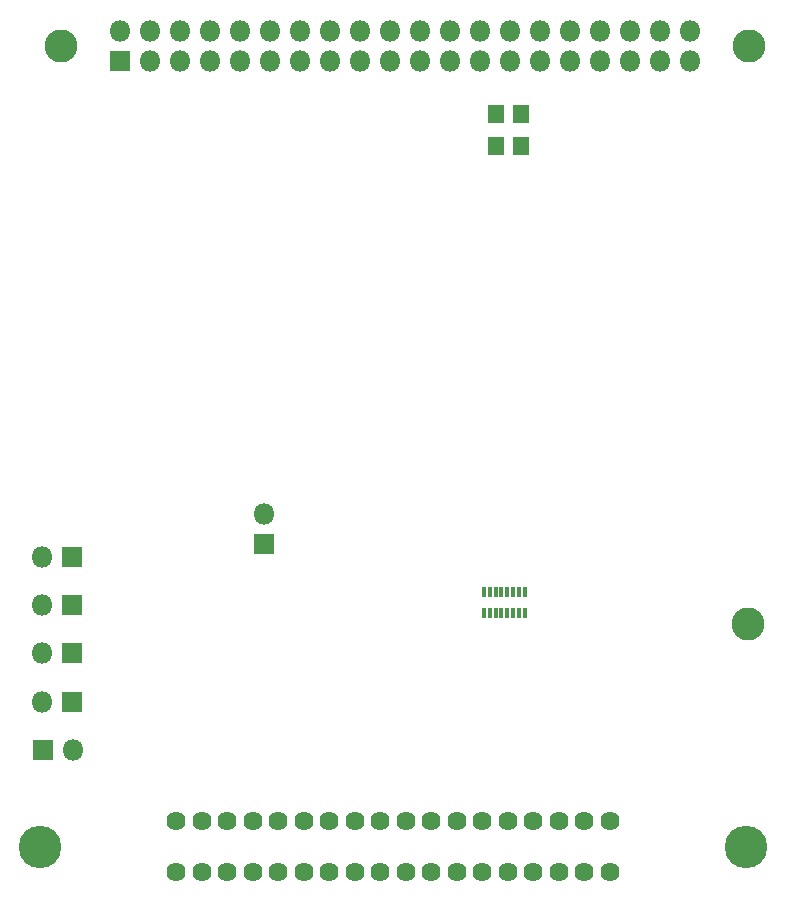
<source format=gbs>
G04 #@! TF.GenerationSoftware,KiCad,Pcbnew,(5.1.6)-1*
G04 #@! TF.CreationDate,2020-09-28T13:24:56+09:00*
G04 #@! TF.ProjectId,mt_rpiprtcap,6d745f72-7069-4707-9274-6361702e6b69,rev?*
G04 #@! TF.SameCoordinates,Original*
G04 #@! TF.FileFunction,Soldermask,Bot*
G04 #@! TF.FilePolarity,Negative*
%FSLAX46Y46*%
G04 Gerber Fmt 4.6, Leading zero omitted, Abs format (unit mm)*
G04 Created by KiCad (PCBNEW (5.1.6)-1) date 2020-09-28 13:24:56*
%MOMM*%
%LPD*%
G01*
G04 APERTURE LIST*
%ADD10C,1.624000*%
%ADD11C,3.600000*%
%ADD12O,1.800000X1.800000*%
%ADD13R,1.800000X1.800000*%
%ADD14R,1.400000X1.600000*%
%ADD15R,0.400000X0.900000*%
%ADD16C,2.800000*%
G04 APERTURE END LIST*
D10*
X220420000Y-114212000D03*
X218261000Y-114212000D03*
X216102000Y-114212000D03*
X213943000Y-114212000D03*
X211784000Y-114212000D03*
X209625000Y-114212000D03*
X207466000Y-114212000D03*
X205307000Y-114212000D03*
X203148000Y-114212000D03*
X200989000Y-114212000D03*
X198830000Y-114212000D03*
X196671000Y-114212000D03*
X194512000Y-114212000D03*
X192353000Y-114212000D03*
X190194000Y-114212000D03*
X188035000Y-114212000D03*
X185876000Y-114212000D03*
X183717000Y-114212000D03*
X220420000Y-118502000D03*
X218261000Y-118502000D03*
X216102000Y-118502000D03*
X213943000Y-118502000D03*
X211784000Y-118502000D03*
X209625000Y-118502000D03*
X207466000Y-118502000D03*
X205307000Y-118502000D03*
X203148000Y-118502000D03*
X200989000Y-118502000D03*
X198830000Y-118502000D03*
X196671000Y-118502000D03*
X194512000Y-118502000D03*
X192353000Y-118502000D03*
X190194000Y-118502000D03*
X188035000Y-118502000D03*
X185876000Y-118502000D03*
X183717000Y-118502000D03*
D11*
X231940000Y-116357000D03*
X172197000Y-116357000D03*
D12*
X227203000Y-47345600D03*
X227203000Y-49885600D03*
X224663000Y-47345600D03*
X224663000Y-49885600D03*
X222123000Y-47345600D03*
X222123000Y-49885600D03*
X219583000Y-47345600D03*
X219583000Y-49885600D03*
X217043000Y-47345600D03*
X217043000Y-49885600D03*
X214503000Y-47345600D03*
X214503000Y-49885600D03*
X211963000Y-47345600D03*
X211963000Y-49885600D03*
X209423000Y-47345600D03*
X209423000Y-49885600D03*
X206883000Y-47345600D03*
X206883000Y-49885600D03*
X204343000Y-47345600D03*
X204343000Y-49885600D03*
X201803000Y-47345600D03*
X201803000Y-49885600D03*
X199263000Y-47345600D03*
X199263000Y-49885600D03*
X196723000Y-47345600D03*
X196723000Y-49885600D03*
X194183000Y-47345600D03*
X194183000Y-49885600D03*
X191643000Y-47345600D03*
X191643000Y-49885600D03*
X189103000Y-47345600D03*
X189103000Y-49885600D03*
X186563000Y-47345600D03*
X186563000Y-49885600D03*
X184023000Y-47345600D03*
X184023000Y-49885600D03*
X181483000Y-47345600D03*
X181483000Y-49885600D03*
X178943000Y-47345600D03*
D13*
X178943000Y-49885600D03*
D14*
X210782000Y-54361100D03*
X210782000Y-57061100D03*
D12*
X191186000Y-88188800D03*
D13*
X191186000Y-90728800D03*
D12*
X174980000Y-108191000D03*
D13*
X172440000Y-108191000D03*
X174942000Y-104102000D03*
D12*
X172402000Y-104102000D03*
X172377000Y-100012000D03*
D13*
X174917000Y-100012000D03*
X174942000Y-95885000D03*
D12*
X172402000Y-95885000D03*
X172402000Y-91821000D03*
D13*
X174942000Y-91821000D03*
D14*
X212928000Y-57056000D03*
X212928000Y-54356000D03*
D15*
X210268000Y-94821600D03*
X211268000Y-94821600D03*
X210768000Y-94821600D03*
X211768000Y-94821600D03*
X212268000Y-94821600D03*
X212768000Y-94821600D03*
X210268000Y-96621600D03*
X210768000Y-96621600D03*
X211268000Y-96621600D03*
X211768000Y-96621600D03*
X212268000Y-96621600D03*
X212768000Y-96621600D03*
X209768000Y-94821600D03*
X209768000Y-96621600D03*
X213268000Y-94821600D03*
X213268000Y-96621600D03*
D16*
X232232000Y-48590200D03*
X173965000Y-48539400D03*
X232181000Y-97536000D03*
M02*

</source>
